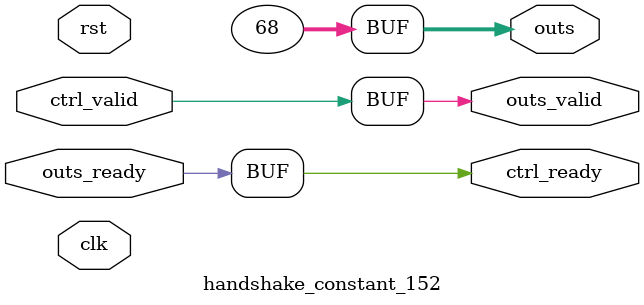
<source format=v>
`timescale 1ns / 1ps
module handshake_constant_152 #(
  parameter DATA_WIDTH = 32  // Default set to 32 bits
) (
  input                       clk,
  input                       rst,
  // Input Channel
  input                       ctrl_valid,
  output                      ctrl_ready,
  // Output Channel
  output [DATA_WIDTH - 1 : 0] outs,
  output                      outs_valid,
  input                       outs_ready
);
  assign outs       = 8'b01000100;
  assign outs_valid = ctrl_valid;
  assign ctrl_ready = outs_ready;

endmodule

</source>
